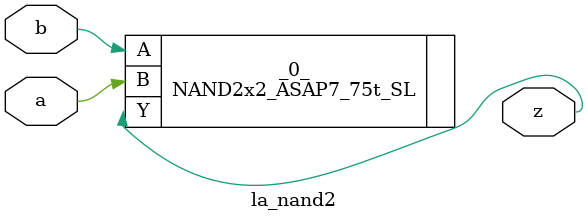
<source format=v>

/* Generated by Yosys 0.44 (git sha1 80ba43d26, g++ 11.4.0-1ubuntu1~22.04 -fPIC -O3) */

(* top =  1  *)
(* src = "generated" *)
(* keep_hierarchy *)
module la_nand2 (
    a,
    b,
    z
);
  (* src = "generated" *)
  input a;
  wire a;
  (* src = "generated" *)
  input b;
  wire b;
  (* src = "generated" *)
  output z;
  wire z;
  NAND2x2_ASAP7_75t_SL _0_ (
      .A(b),
      .B(a),
      .Y(z)
  );
endmodule

</source>
